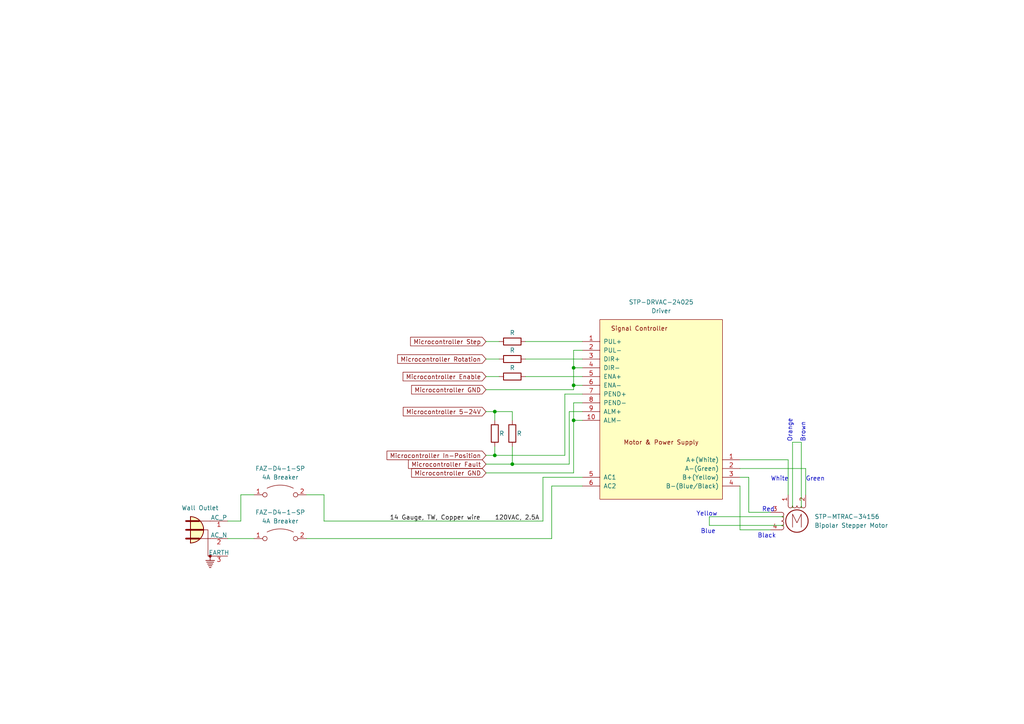
<source format=kicad_sch>
(kicad_sch (version 20211123) (generator eeschema)

  (uuid e63e39d7-6ac0-4ffd-8aa3-1841a4541b55)

  (paper "A4")

  (title_block
    (title "Motor and Driver")
    (date "2022-12-06")
    (rev "8")
  )

  (lib_symbols
    (symbol "Connector:Conn_WallPlug_Earth" (pin_names (offset 0)) (in_bom yes) (on_board yes)
      (property "Reference" "P" (id 0) (at 0 3.81 0)
        (effects (font (size 1.27 1.27)) (justify bottom))
      )
      (property "Value" "Conn_WallPlug_Earth" (id 1) (at -5.08 0 90)
        (effects (font (size 1.27 1.27)) (justify bottom))
      )
      (property "Footprint" "" (id 2) (at 10.16 0 0)
        (effects (font (size 1.27 1.27)) hide)
      )
      (property "Datasheet" "~" (id 3) (at 10.16 0 0)
        (effects (font (size 1.27 1.27)) hide)
      )
      (property "ki_keywords" "wall plug 110VAC 220VAC" (id 4) (at 0 0 0)
        (effects (font (size 1.27 1.27)) hide)
      )
      (property "ki_description" "3-pin general wall plug, with Earth wire (110VAC, 220VAC)" (id 5) (at 0 0 0)
        (effects (font (size 1.27 1.27)) hide)
      )
      (symbol "Conn_WallPlug_Earth_0_1"
        (arc (start -3.175 -3.81) (mid 0.635 0) (end -3.175 3.81)
          (stroke (width 0.254) (type default) (color 0 0 0 0))
          (fill (type background))
        )
        (polyline
          (pts
            (xy -4.445 -2.54)
            (xy -0.635 -2.54)
          )
          (stroke (width 0.508) (type default) (color 0 0 0 0))
          (fill (type none))
        )
        (polyline
          (pts
            (xy -4.445 0)
            (xy 0.508 0)
          )
          (stroke (width 0.508) (type default) (color 0 0 0 0))
          (fill (type none))
        )
        (polyline
          (pts
            (xy -4.445 2.54)
            (xy -0.635 2.54)
          )
          (stroke (width 0.508) (type default) (color 0 0 0 0))
          (fill (type none))
        )
        (polyline
          (pts
            (xy -3.175 -3.81)
            (xy -3.175 3.81)
          )
          (stroke (width 0.254) (type default) (color 0 0 0 0))
          (fill (type none))
        )
        (polyline
          (pts
            (xy -0.635 -2.54)
            (xy 2.54 -2.54)
          )
          (stroke (width 0) (type default) (color 0 0 0 0))
          (fill (type none))
        )
        (polyline
          (pts
            (xy -0.635 2.54)
            (xy 2.54 2.54)
          )
          (stroke (width 0) (type default) (color 0 0 0 0))
          (fill (type none))
        )
        (polyline
          (pts
            (xy 1.524 -9.398)
            (xy 3.556 -9.398)
          )
          (stroke (width 0.2032) (type default) (color 0 0 0 0))
          (fill (type none))
        )
        (polyline
          (pts
            (xy 1.778 -9.906)
            (xy 3.302 -9.906)
          )
          (stroke (width 0.2032) (type default) (color 0 0 0 0))
          (fill (type none))
        )
        (polyline
          (pts
            (xy 2.032 -10.414)
            (xy 3.048 -10.414)
          )
          (stroke (width 0.2032) (type default) (color 0 0 0 0))
          (fill (type none))
        )
        (polyline
          (pts
            (xy 2.286 -10.922)
            (xy 2.794 -10.922)
          )
          (stroke (width 0.2032) (type default) (color 0 0 0 0))
          (fill (type none))
        )
        (polyline
          (pts
            (xy 2.54 -7.62)
            (xy 2.54 -8.89)
          )
          (stroke (width 0.2032) (type default) (color 0 0 0 0))
          (fill (type none))
        )
        (polyline
          (pts
            (xy 3.81 -8.89)
            (xy 1.27 -8.89)
          )
          (stroke (width 0.2032) (type default) (color 0 0 0 0))
          (fill (type none))
        )
        (polyline
          (pts
            (xy 2.54 -7.62)
            (xy 1.905 -7.62)
            (xy 1.905 0)
            (xy -4.445 0)
          )
          (stroke (width 0) (type default) (color 0 0 0 0))
          (fill (type none))
        )
        (circle (center 2.54 -7.62) (radius 0.3556)
          (stroke (width 0) (type default) (color 0 0 0 0))
          (fill (type outline))
        )
      )
      (symbol "Conn_WallPlug_Earth_1_1"
        (pin power_out line (at 7.62 2.54 180) (length 5.08)
          (name "AC_P" (effects (font (size 1.27 1.27))))
          (number "1" (effects (font (size 1.27 1.27))))
        )
        (pin power_out line (at 7.62 -2.54 180) (length 5.08)
          (name "AC_N" (effects (font (size 1.27 1.27))))
          (number "2" (effects (font (size 1.27 1.27))))
        )
        (pin passive line (at 7.62 -7.62 180) (length 5.08)
          (name "EARTH" (effects (font (size 1.27 1.27))))
          (number "3" (effects (font (size 1.27 1.27))))
        )
      )
    )
    (symbol "Device:CircuitBreaker_1P_US" (in_bom yes) (on_board yes)
      (property "Reference" "CB" (id 0) (at 3.175 -1.27 0)
        (effects (font (size 1.27 1.27)) (justify left))
      )
      (property "Value" "CircuitBreaker_1P_US" (id 1) (at 3.175 0.635 0)
        (effects (font (size 1.27 1.27)) (justify left))
      )
      (property "Footprint" "" (id 2) (at 0 0 0)
        (effects (font (size 1.27 1.27)) hide)
      )
      (property "Datasheet" "~" (id 3) (at 0 0 0)
        (effects (font (size 1.27 1.27)) hide)
      )
      (property "ki_keywords" "CB" (id 4) (at 0 0 0)
        (effects (font (size 1.27 1.27)) hide)
      )
      (property "ki_description" "Single pole circuit breaker, US symbol" (id 5) (at 0 0 0)
        (effects (font (size 1.27 1.27)) hide)
      )
      (symbol "CircuitBreaker_1P_US_0_1"
        (circle (center 0 -4.445) (radius 0.635)
          (stroke (width 0) (type default) (color 0 0 0 0))
          (fill (type none))
        )
        (circle (center 0 4.445) (radius 0.635)
          (stroke (width 0) (type default) (color 0 0 0 0))
          (fill (type none))
        )
        (arc (start 1.905 -3.81) (mid 2.8044 0) (end 1.905 3.81)
          (stroke (width 0) (type default) (color 0 0 0 0))
          (fill (type none))
        )
      )
      (symbol "CircuitBreaker_1P_US_1_1"
        (pin passive line (at 0 7.62 270) (length 2.54)
          (name "~" (effects (font (size 1.27 1.27))))
          (number "1" (effects (font (size 1.27 1.27))))
        )
        (pin passive line (at 0 -7.62 90) (length 2.54)
          (name "~" (effects (font (size 1.27 1.27))))
          (number "2" (effects (font (size 1.27 1.27))))
        )
      )
    )
    (symbol "Device:R" (pin_numbers hide) (pin_names (offset 0)) (in_bom yes) (on_board yes)
      (property "Reference" "R" (id 0) (at 2.032 0 90)
        (effects (font (size 1.27 1.27)))
      )
      (property "Value" "R" (id 1) (at 0 0 90)
        (effects (font (size 1.27 1.27)))
      )
      (property "Footprint" "" (id 2) (at -1.778 0 90)
        (effects (font (size 1.27 1.27)) hide)
      )
      (property "Datasheet" "~" (id 3) (at 0 0 0)
        (effects (font (size 1.27 1.27)) hide)
      )
      (property "ki_keywords" "R res resistor" (id 4) (at 0 0 0)
        (effects (font (size 1.27 1.27)) hide)
      )
      (property "ki_description" "Resistor" (id 5) (at 0 0 0)
        (effects (font (size 1.27 1.27)) hide)
      )
      (property "ki_fp_filters" "R_*" (id 6) (at 0 0 0)
        (effects (font (size 1.27 1.27)) hide)
      )
      (symbol "R_0_1"
        (rectangle (start -1.016 -2.54) (end 1.016 2.54)
          (stroke (width 0.254) (type default) (color 0 0 0 0))
          (fill (type none))
        )
      )
      (symbol "R_1_1"
        (pin passive line (at 0 3.81 270) (length 1.27)
          (name "~" (effects (font (size 1.27 1.27))))
          (number "1" (effects (font (size 1.27 1.27))))
        )
        (pin passive line (at 0 -3.81 90) (length 1.27)
          (name "~" (effects (font (size 1.27 1.27))))
          (number "2" (effects (font (size 1.27 1.27))))
        )
      )
    )
    (symbol "Driver_1" (pin_names (offset 1.016)) (in_bom yes) (on_board yes)
      (property "Reference" "HSS86" (id 0) (at 1.27 12.7 0)
        (effects (font (size 1.27 1.27)))
      )
      (property "Value" "Driver" (id 1) (at 1.27 10.16 0)
        (effects (font (size 1.27 1.27)))
      )
      (property "Footprint" "" (id 2) (at 0 10.16 0)
        (effects (font (size 1.27 1.27)) hide)
      )
      (property "Datasheet" "" (id 3) (at -19.05 27.94 0)
        (effects (font (size 1.27 1.27)) hide)
      )
      (property "ki_keywords" "Stepper Motor Controller" (id 4) (at 0 0 0)
        (effects (font (size 1.27 1.27)) hide)
      )
      (property "ki_description" "Stepper Motor Controller, DIP-20/SO-20" (id 5) (at 0 0 0)
        (effects (font (size 1.27 1.27)) hide)
      )
      (property "ki_fp_filters" "DIP* SO*" (id 6) (at 0 0 0)
        (effects (font (size 1.27 1.27)) hide)
      )
      (symbol "Driver_1_0_0"
        (text "Motor & Power Supply" (at 1.27 -27.94 0)
          (effects (font (size 1.27 1.27)))
        )
        (text "Signal Controller" (at -5.08 5.08 0)
          (effects (font (size 1.27 1.27)))
        )
      )
      (symbol "Driver_1_0_1"
        (rectangle (start -16.51 7.62) (end 19.05 -44.45)
          (stroke (width 0) (type default) (color 0 0 0 0))
          (fill (type background))
        )
      )
      (symbol "Driver_1_1_0"
        (pin output line (at 24.13 -33.02 180) (length 5.08)
          (name "A+(White)" (effects (font (size 1.27 1.27))))
          (number "1" (effects (font (size 1.27 1.27))))
        )
        (pin input line (at -21.59 1.27 0) (length 5.08)
          (name "PUL+" (effects (font (size 1.27 1.27))))
          (number "1" (effects (font (size 1.27 1.27))))
        )
        (pin input line (at -21.59 -21.59 0) (length 5.08)
          (name "ALM-" (effects (font (size 1.27 1.27))))
          (number "10" (effects (font (size 1.27 1.27))))
        )
        (pin output line (at 24.13 -35.56 180) (length 5.08)
          (name "A-(Green)" (effects (font (size 1.27 1.27))))
          (number "2" (effects (font (size 1.27 1.27))))
        )
        (pin input line (at -21.59 -1.27 0) (length 5.08)
          (name "PUL-" (effects (font (size 1.27 1.27))))
          (number "2" (effects (font (size 1.27 1.27))))
        )
        (pin output line (at 24.13 -38.1 180) (length 5.08)
          (name "B+(Yellow)" (effects (font (size 1.27 1.27))))
          (number "3" (effects (font (size 1.27 1.27))))
        )
        (pin input line (at -21.59 -3.81 0) (length 5.08)
          (name "DIR+" (effects (font (size 1.27 1.27))))
          (number "3" (effects (font (size 1.27 1.27))))
        )
        (pin output line (at 24.13 -40.64 180) (length 5.08)
          (name "B-(Blue/Black)" (effects (font (size 1.27 1.27))))
          (number "4" (effects (font (size 1.27 1.27))))
        )
        (pin input line (at -21.59 -6.35 0) (length 5.08)
          (name "DIR-" (effects (font (size 1.27 1.27))))
          (number "4" (effects (font (size 1.27 1.27))))
        )
        (pin input line (at -21.59 -38.1 0) (length 5.08)
          (name "AC1" (effects (font (size 1.27 1.27))))
          (number "5" (effects (font (size 1.27 1.27))))
        )
        (pin input line (at -21.59 -8.89 0) (length 5.08)
          (name "ENA+" (effects (font (size 1.27 1.27))))
          (number "5" (effects (font (size 1.27 1.27))))
        )
        (pin input line (at -21.59 -40.64 0) (length 5.08)
          (name "AC2" (effects (font (size 1.27 1.27))))
          (number "6" (effects (font (size 1.27 1.27))))
        )
        (pin input line (at -21.59 -11.43 0) (length 5.08)
          (name "ENA-" (effects (font (size 1.27 1.27))))
          (number "6" (effects (font (size 1.27 1.27))))
        )
        (pin input line (at -21.59 -13.97 0) (length 5.08)
          (name "PEND+" (effects (font (size 1.27 1.27))))
          (number "7" (effects (font (size 1.27 1.27))))
        )
        (pin input line (at -21.59 -16.51 0) (length 5.08)
          (name "PEND-" (effects (font (size 1.27 1.27))))
          (number "8" (effects (font (size 1.27 1.27))))
        )
        (pin input line (at -21.59 -19.05 0) (length 5.08)
          (name "ALM+" (effects (font (size 1.27 1.27))))
          (number "9" (effects (font (size 1.27 1.27))))
        )
      )
    )
    (symbol "Motor:Bipolar Stepper Motor" (pin_names (offset 0) hide) (in_bom yes) (on_board yes)
      (property "Reference" "M" (id 0) (at 3.81 2.54 0)
        (effects (font (size 1.27 1.27)) (justify left))
      )
      (property "Value" "Bipolar Stepper Motor" (id 1) (at 3.81 1.27 0)
        (effects (font (size 1.27 1.27)) (justify left top))
      )
      (property "Footprint" "" (id 2) (at 0.254 -0.254 0)
        (effects (font (size 1.27 1.27)) hide)
      )
      (property "Datasheet" "http://www.infineon.com/dgdl/Application-Note-TLE8110EE_driving_UniPolarStepperMotor_V1.1.pdf?fileId=db3a30431be39b97011be5d0aa0a00b0" (id 3) (at 2.54 -7.62 0)
        (effects (font (size 1.27 1.27)) hide)
      )
      (property "ki_keywords" "bipolar stepper motor" (id 4) (at 0 0 0)
        (effects (font (size 1.27 1.27)) hide)
      )
      (property "ki_description" "4-wire bipolar stepper motor" (id 5) (at 0 0 0)
        (effects (font (size 1.27 1.27)) hide)
      )
      (property "ki_fp_filters" "PinHeader*P2.54mm*Vertical* TerminalBlock* Motor*" (id 6) (at 0 0 0)
        (effects (font (size 1.27 1.27)) hide)
      )
      (symbol "Bipolar Stepper Motor_0_0"
        (polyline
          (pts
            (xy -1.27 -1.778)
            (xy -1.27 2.032)
            (xy 0 -0.508)
            (xy 1.27 2.032)
            (xy 1.27 -1.778)
          )
          (stroke (width 0) (type default) (color 0 0 0 0))
          (fill (type none))
        )
      )
      (symbol "Bipolar Stepper Motor_0_1"
        (arc (start -4.445 -2.54) (mid -3.81 -1.905) (end -4.445 -1.27)
          (stroke (width 0) (type default) (color 0 0 0 0))
          (fill (type none))
        )
        (arc (start -4.445 -1.27) (mid -3.81 -0.635) (end -4.445 0)
          (stroke (width 0) (type default) (color 0 0 0 0))
          (fill (type none))
        )
        (arc (start -4.445 0) (mid -3.81 0.635) (end -4.445 1.27)
          (stroke (width 0) (type default) (color 0 0 0 0))
          (fill (type none))
        )
        (arc (start -4.445 1.27) (mid -3.81 1.905) (end -4.445 2.54)
          (stroke (width 0) (type default) (color 0 0 0 0))
          (fill (type none))
        )
        (arc (start -2.54 4.445) (mid -1.905 3.81) (end -1.27 4.445)
          (stroke (width 0) (type default) (color 0 0 0 0))
          (fill (type none))
        )
        (arc (start -1.27 4.445) (mid -0.635 3.81) (end 0 4.445)
          (stroke (width 0) (type default) (color 0 0 0 0))
          (fill (type none))
        )
        (polyline
          (pts
            (xy -5.08 -2.54)
            (xy -4.445 -2.54)
          )
          (stroke (width 0) (type default) (color 0 0 0 0))
          (fill (type none))
        )
        (polyline
          (pts
            (xy -5.08 2.54)
            (xy -4.445 2.54)
          )
          (stroke (width 0) (type default) (color 0 0 0 0))
          (fill (type none))
        )
        (polyline
          (pts
            (xy -2.54 5.08)
            (xy -2.54 4.445)
          )
          (stroke (width 0) (type default) (color 0 0 0 0))
          (fill (type none))
        )
        (polyline
          (pts
            (xy 2.54 5.08)
            (xy 2.54 4.445)
          )
          (stroke (width 0) (type default) (color 0 0 0 0))
          (fill (type none))
        )
        (circle (center 0 0) (radius 3.2512)
          (stroke (width 0.254) (type default) (color 0 0 0 0))
          (fill (type none))
        )
        (arc (start 0 4.445) (mid 0.635 3.81) (end 1.27 4.445)
          (stroke (width 0) (type default) (color 0 0 0 0))
          (fill (type none))
        )
        (arc (start 1.27 4.445) (mid 1.905 3.81) (end 2.54 4.445)
          (stroke (width 0) (type default) (color 0 0 0 0))
          (fill (type none))
        )
      )
      (symbol "Bipolar Stepper Motor_1_1"
        (pin passive line (at -2.54 7.62 270) (length 2.54)
          (name "Black" (effects (font (size 1.27 1.27))))
          (number "1" (effects (font (size 1.27 1.27))))
        )
        (pin passive line (at 2.54 7.62 270) (length 2.54)
          (name "Green" (effects (font (size 1.27 1.27))))
          (number "2" (effects (font (size 1.27 1.27))))
        )
        (pin passive line (at -7.62 2.54 0) (length 2.54)
          (name "Red" (effects (font (size 1.27 1.27))))
          (number "3" (effects (font (size 1.27 1.27))))
        )
        (pin passive line (at -7.62 -2.54 0) (length 2.54)
          (name "Blue" (effects (font (size 1.27 1.27))))
          (number "4" (effects (font (size 1.27 1.27))))
        )
      )
    )
    (symbol "R_1" (pin_numbers hide) (pin_names (offset 0) hide) (in_bom yes) (on_board yes)
      (property "Reference" "R" (id 0) (at 2.032 0 90)
        (effects (font (size 1.27 1.27)))
      )
      (property "Value" "R_1" (id 1) (at 0 0 90)
        (effects (font (size 1.27 1.27)))
      )
      (property "Footprint" "" (id 2) (at -1.778 0 90)
        (effects (font (size 1.27 1.27)) hide)
      )
      (property "Datasheet" "~" (id 3) (at 0 0 0)
        (effects (font (size 1.27 1.27)) hide)
      )
      (property "ki_keywords" "R res resistor" (id 4) (at 0 0 0)
        (effects (font (size 1.27 1.27)) hide)
      )
      (property "ki_description" "Resistor" (id 5) (at 0 0 0)
        (effects (font (size 1.27 1.27)) hide)
      )
      (property "ki_fp_filters" "R_*" (id 6) (at 0 0 0)
        (effects (font (size 1.27 1.27)) hide)
      )
      (symbol "R_1_0_1"
        (rectangle (start -1.016 -2.54) (end 1.016 2.54)
          (stroke (width 0.254) (type default) (color 0 0 0 0))
          (fill (type none))
        )
      )
      (symbol "R_1_1_1"
        (pin passive line (at 0 3.81 270) (length 1.27)
          (name "~" (effects (font (size 1.27 1.27))))
          (number "1" (effects (font (size 1.27 1.27))))
        )
        (pin passive line (at 0 -3.81 90) (length 1.27)
          (name "~" (effects (font (size 1.27 1.27))))
          (number "2" (effects (font (size 1.27 1.27))))
        )
      )
    )
  )

  (junction (at 143.51 132.08) (diameter 0) (color 0 0 0 0)
    (uuid 5ad2730e-aee2-45ad-a3d9-faa185077487)
  )
  (junction (at 166.37 111.76) (diameter 0) (color 0 0 0 0)
    (uuid 78af5541-7b53-4910-b4cb-1d78c1bb10f5)
  )
  (junction (at 166.37 106.68) (diameter 0) (color 0 0 0 0)
    (uuid 8d0181ee-50e4-4fce-b9c0-bf6314f0b5b8)
  )
  (junction (at 166.37 121.92) (diameter 0) (color 0 0 0 0)
    (uuid 990a87e0-4ac4-47d3-a430-c1e7428e127f)
  )
  (junction (at 143.51 119.38) (diameter 0) (color 0 0 0 0)
    (uuid e609cd5d-8d82-49ff-b3f9-dd3f35eeba5b)
  )
  (junction (at 148.59 134.62) (diameter 0) (color 0 0 0 0)
    (uuid ed6adbfc-3b33-4fa8-842d-9cacf39df38a)
  )

  (wire (pts (xy 214.63 153.67) (xy 223.52 153.67))
    (stroke (width 0) (type default) (color 0 0 0 0))
    (uuid 045388da-0249-4803-a410-893b8a4ab989)
  )
  (wire (pts (xy 165.1 119.38) (xy 168.91 119.38))
    (stroke (width 0) (type default) (color 0 0 0 0))
    (uuid 0647a653-e00e-4753-a613-18a5330d9f5a)
  )
  (wire (pts (xy 66.04 156.21) (xy 73.66 156.21))
    (stroke (width 0) (type default) (color 0 0 0 0))
    (uuid 0b4681e0-b34f-4ab6-a50f-d16daff1600d)
  )
  (wire (pts (xy 140.97 132.08) (xy 143.51 132.08))
    (stroke (width 0) (type default) (color 0 0 0 0))
    (uuid 0dd2c3c1-40e8-460f-ad84-03a8ae750c60)
  )
  (wire (pts (xy 148.59 134.62) (xy 165.1 134.62))
    (stroke (width 0) (type default) (color 0 0 0 0))
    (uuid 0e9da4aa-5947-48e3-82dc-6e169d794a0c)
  )
  (wire (pts (xy 152.4 109.22) (xy 168.91 109.22))
    (stroke (width 0) (type default) (color 0 0 0 0))
    (uuid 16d80234-1ff7-4d23-b989-facea2d20675)
  )
  (wire (pts (xy 166.37 101.6) (xy 166.37 106.68))
    (stroke (width 0) (type default) (color 0 0 0 0))
    (uuid 2040f91e-c504-433d-8abb-9affd355a98b)
  )
  (wire (pts (xy 143.51 119.38) (xy 143.51 121.92))
    (stroke (width 0) (type default) (color 0 0 0 0))
    (uuid 231de1ab-4d7e-4f64-a603-3fe6491ed5a0)
  )
  (wire (pts (xy 93.98 143.51) (xy 93.98 151.13))
    (stroke (width 0) (type default) (color 0 0 0 0))
    (uuid 26ca9468-f7a1-46f2-b6a0-2eaafb2a679f)
  )
  (wire (pts (xy 163.83 132.08) (xy 163.83 114.3))
    (stroke (width 0) (type default) (color 0 0 0 0))
    (uuid 2b710083-86dc-45c1-b8ec-cbd8e30ac430)
  )
  (wire (pts (xy 166.37 121.92) (xy 166.37 137.16))
    (stroke (width 0) (type default) (color 0 0 0 0))
    (uuid 2cf40312-1c7c-4aba-8e8f-61ec83b4f47e)
  )
  (wire (pts (xy 140.97 137.16) (xy 166.37 137.16))
    (stroke (width 0) (type default) (color 0 0 0 0))
    (uuid 2e3c1681-af90-4552-b471-7bcbfd2ab994)
  )
  (wire (pts (xy 143.51 129.54) (xy 143.51 132.08))
    (stroke (width 0) (type default) (color 0 0 0 0))
    (uuid 378fc95c-3107-4139-a5ea-5218afa4a582)
  )
  (wire (pts (xy 166.37 113.03) (xy 166.37 111.76))
    (stroke (width 0) (type default) (color 0 0 0 0))
    (uuid 3a039831-58ae-4d6a-8cc9-8541d56df050)
  )
  (wire (pts (xy 66.04 151.13) (xy 69.85 151.13))
    (stroke (width 0) (type default) (color 0 0 0 0))
    (uuid 436352fb-eccc-48e5-8f47-c337139d4bfa)
  )
  (wire (pts (xy 140.97 119.38) (xy 143.51 119.38))
    (stroke (width 0) (type default) (color 0 0 0 0))
    (uuid 44533554-aeba-424e-9ac5-86dfc117b129)
  )
  (wire (pts (xy 160.02 156.21) (xy 160.02 140.97))
    (stroke (width 0) (type default) (color 0 0 0 0))
    (uuid 4629e325-a0a2-4fa0-9b82-0617c92179cc)
  )
  (wire (pts (xy 148.59 129.54) (xy 148.59 134.62))
    (stroke (width 0) (type default) (color 0 0 0 0))
    (uuid 46f6255f-63b0-4f02-bb92-e29a0ca400fb)
  )
  (wire (pts (xy 227.33 149.86) (xy 205.74 149.86))
    (stroke (width 0) (type default) (color 0 0 0 0))
    (uuid 4aba9e6e-a2e4-40d2-840f-417c44418b89)
  )
  (wire (pts (xy 232.41 128.27) (xy 232.41 147.32))
    (stroke (width 0) (type default) (color 0 0 0 0))
    (uuid 4e0f9a91-8cee-4444-801f-da95e0519a03)
  )
  (wire (pts (xy 229.87 128.27) (xy 229.87 147.32))
    (stroke (width 0) (type default) (color 0 0 0 0))
    (uuid 4e11b984-7d17-43e7-8440-460efd25037f)
  )
  (wire (pts (xy 163.83 114.3) (xy 168.91 114.3))
    (stroke (width 0) (type default) (color 0 0 0 0))
    (uuid 500bd0a1-1810-4b20-b4ec-cc95402b1020)
  )
  (wire (pts (xy 166.37 106.68) (xy 166.37 111.76))
    (stroke (width 0) (type default) (color 0 0 0 0))
    (uuid 51b268f7-b3b8-4c21-af54-3d99ba08c31f)
  )
  (wire (pts (xy 88.9 156.21) (xy 160.02 156.21))
    (stroke (width 0) (type default) (color 0 0 0 0))
    (uuid 574adfa8-7703-4f9e-b120-d87d50dbf475)
  )
  (wire (pts (xy 152.4 104.14) (xy 168.91 104.14))
    (stroke (width 0) (type default) (color 0 0 0 0))
    (uuid 584a0002-5fad-4aa7-bdef-ec4f22d6b8a3)
  )
  (wire (pts (xy 217.17 138.43) (xy 217.17 148.59))
    (stroke (width 0) (type default) (color 0 0 0 0))
    (uuid 59516c15-2fef-4227-ae46-6c1f5e735180)
  )
  (wire (pts (xy 214.63 135.89) (xy 233.68 135.89))
    (stroke (width 0) (type default) (color 0 0 0 0))
    (uuid 5b16b47f-ce44-46ac-b6ba-dded124389bd)
  )
  (wire (pts (xy 165.1 134.62) (xy 165.1 119.38))
    (stroke (width 0) (type default) (color 0 0 0 0))
    (uuid 5c73d1f7-633e-47db-b43d-20081438bbaa)
  )
  (wire (pts (xy 140.97 109.22) (xy 144.78 109.22))
    (stroke (width 0) (type default) (color 0 0 0 0))
    (uuid 723a42db-fce9-4357-bfe3-0ac097748639)
  )
  (wire (pts (xy 228.6 133.35) (xy 228.6 143.51))
    (stroke (width 0) (type default) (color 0 0 0 0))
    (uuid 76198ea3-fe1b-4ac0-9128-5d02114afa2b)
  )
  (wire (pts (xy 214.63 138.43) (xy 217.17 138.43))
    (stroke (width 0) (type default) (color 0 0 0 0))
    (uuid 802b81f3-ab81-4bc8-8c5b-a930a0ccb972)
  )
  (wire (pts (xy 168.91 116.84) (xy 166.37 116.84))
    (stroke (width 0) (type default) (color 0 0 0 0))
    (uuid 87bfc7c3-ce5a-409f-92b7-e8c724c5788a)
  )
  (wire (pts (xy 140.97 113.03) (xy 166.37 113.03))
    (stroke (width 0) (type default) (color 0 0 0 0))
    (uuid 8942eeb2-a9d2-4b4f-be23-c44a7119ef5d)
  )
  (wire (pts (xy 157.48 138.43) (xy 168.91 138.43))
    (stroke (width 0) (type default) (color 0 0 0 0))
    (uuid 89999550-331b-456c-b849-35cde1161a86)
  )
  (wire (pts (xy 140.97 99.06) (xy 144.78 99.06))
    (stroke (width 0) (type default) (color 0 0 0 0))
    (uuid 89ab8bc3-3bfd-4d48-a6ad-45abfd7860c4)
  )
  (wire (pts (xy 140.97 104.14) (xy 144.78 104.14))
    (stroke (width 0) (type default) (color 0 0 0 0))
    (uuid 8d964243-6333-4086-8439-b59606248a9c)
  )
  (wire (pts (xy 205.74 152.4) (xy 227.33 152.4))
    (stroke (width 0) (type default) (color 0 0 0 0))
    (uuid 901edfc5-adb0-47bf-bdcd-51e1fdf5c3d7)
  )
  (wire (pts (xy 166.37 116.84) (xy 166.37 121.92))
    (stroke (width 0) (type default) (color 0 0 0 0))
    (uuid 9140ae02-3252-4757-b8d7-bac9fc330031)
  )
  (wire (pts (xy 152.4 99.06) (xy 168.91 99.06))
    (stroke (width 0) (type default) (color 0 0 0 0))
    (uuid 91da05b5-3e4e-4767-85cb-a99362717c7c)
  )
  (wire (pts (xy 69.85 143.51) (xy 73.66 143.51))
    (stroke (width 0) (type default) (color 0 0 0 0))
    (uuid 9f89a456-b3d6-4ded-b5c5-3dfed79ff6f3)
  )
  (wire (pts (xy 157.48 151.13) (xy 157.48 138.43))
    (stroke (width 0) (type default) (color 0 0 0 0))
    (uuid b0e1ba30-3d47-4cfc-b463-17bf7eb4384b)
  )
  (wire (pts (xy 148.59 119.38) (xy 143.51 119.38))
    (stroke (width 0) (type default) (color 0 0 0 0))
    (uuid b82481fc-e8ef-40ff-92a9-a4d9681254de)
  )
  (wire (pts (xy 168.91 106.68) (xy 166.37 106.68))
    (stroke (width 0) (type default) (color 0 0 0 0))
    (uuid c225d463-a4d5-43b3-a67a-dc87da6727e5)
  )
  (wire (pts (xy 93.98 151.13) (xy 157.48 151.13))
    (stroke (width 0) (type default) (color 0 0 0 0))
    (uuid c7212197-5f9d-451c-843c-902136b3656b)
  )
  (wire (pts (xy 205.74 149.86) (xy 205.74 152.4))
    (stroke (width 0) (type default) (color 0 0 0 0))
    (uuid d66a886a-59bf-42f4-8da8-a0330a61af6c)
  )
  (wire (pts (xy 214.63 140.97) (xy 214.63 153.67))
    (stroke (width 0) (type default) (color 0 0 0 0))
    (uuid dcfb379d-ee65-4698-a1c1-11d39e3dc630)
  )
  (wire (pts (xy 232.41 128.27) (xy 229.87 128.27))
    (stroke (width 0) (type default) (color 0 0 0 0))
    (uuid ddf12fb7-8704-461f-80e5-2b453e103dfb)
  )
  (wire (pts (xy 69.85 151.13) (xy 69.85 143.51))
    (stroke (width 0) (type default) (color 0 0 0 0))
    (uuid de949ecb-19f7-4c0a-920c-ab2db29c3493)
  )
  (wire (pts (xy 217.17 148.59) (xy 223.52 148.59))
    (stroke (width 0) (type default) (color 0 0 0 0))
    (uuid e6b79457-c1c1-4b42-99fe-8163b4786d06)
  )
  (wire (pts (xy 214.63 133.35) (xy 228.6 133.35))
    (stroke (width 0) (type default) (color 0 0 0 0))
    (uuid eb4f6249-bf1a-4b63-bceb-8d3a6a697ceb)
  )
  (wire (pts (xy 168.91 101.6) (xy 166.37 101.6))
    (stroke (width 0) (type default) (color 0 0 0 0))
    (uuid ed7ae3ff-34b2-4464-8afd-f4db63f2445e)
  )
  (wire (pts (xy 140.97 134.62) (xy 148.59 134.62))
    (stroke (width 0) (type default) (color 0 0 0 0))
    (uuid ee5a87c0-5fba-4d48-b69a-84ea1cd84ff3)
  )
  (wire (pts (xy 88.9 143.51) (xy 93.98 143.51))
    (stroke (width 0) (type default) (color 0 0 0 0))
    (uuid f08a8405-47d7-4b4d-b6e2-21005cd33ed8)
  )
  (wire (pts (xy 168.91 121.92) (xy 166.37 121.92))
    (stroke (width 0) (type default) (color 0 0 0 0))
    (uuid f4381462-cb49-4276-926f-37e8b1eaaf59)
  )
  (wire (pts (xy 233.68 135.89) (xy 233.68 143.51))
    (stroke (width 0) (type default) (color 0 0 0 0))
    (uuid f5b223f6-79a5-4371-ad48-4d50d460ba94)
  )
  (wire (pts (xy 166.37 111.76) (xy 168.91 111.76))
    (stroke (width 0) (type default) (color 0 0 0 0))
    (uuid fa0d9726-84f5-46b5-84b1-67cbb37036b5)
  )
  (wire (pts (xy 168.91 140.97) (xy 160.02 140.97))
    (stroke (width 0) (type default) (color 0 0 0 0))
    (uuid faae6d4f-50a1-4567-968e-c1d306a9b105)
  )
  (wire (pts (xy 148.59 121.92) (xy 148.59 119.38))
    (stroke (width 0) (type default) (color 0 0 0 0))
    (uuid fb8fb666-a338-4c55-8a4a-ccdac5a252b5)
  )
  (wire (pts (xy 143.51 132.08) (xy 163.83 132.08))
    (stroke (width 0) (type default) (color 0 0 0 0))
    (uuid fd0134d0-cf64-4aef-9b79-14ba169d3efd)
  )

  (text "Yellow" (at 201.93 149.86 0)
    (effects (font (size 1.27 1.27)) (justify left bottom))
    (uuid 13e7a02c-7f41-4374-8a7b-9f43bf89e106)
  )
  (text "Orange" (at 229.87 128.27 90)
    (effects (font (size 1.27 1.27)) (justify left bottom))
    (uuid 4b2328e7-2071-483e-997e-9e5c28121c25)
  )
  (text "Red" (at 220.98 148.59 0)
    (effects (font (size 1.27 1.27)) (justify left bottom))
    (uuid 73899d2b-51d9-4302-b56f-b93dde778fd7)
  )
  (text "Blue" (at 203.2 154.94 0)
    (effects (font (size 1.27 1.27)) (justify left bottom))
    (uuid 89cb5763-1f79-4750-86de-cd6fd066b211)
  )
  (text "Brown" (at 233.68 128.27 90)
    (effects (font (size 1.27 1.27)) (justify left bottom))
    (uuid 9e816909-ed0a-4953-8dfc-227361ae8897)
  )
  (text "White" (at 223.52 139.7 0)
    (effects (font (size 1.27 1.27)) (justify left bottom))
    (uuid a6b11017-6a23-4d03-90f1-8853b3262f0d)
  )
  (text "Green" (at 233.68 139.7 0)
    (effects (font (size 1.27 1.27)) (justify left bottom))
    (uuid cdfaa649-58bf-4299-9479-df224fa254b4)
  )
  (text "Black" (at 219.71 156.21 0)
    (effects (font (size 1.27 1.27)) (justify left bottom))
    (uuid e1b7ea3e-6417-41e9-9777-2eec91c45234)
  )

  (label "14 Gauge, TW, Copper wire" (at 113.03 151.13 0)
    (effects (font (size 1.27 1.27)) (justify left bottom))
    (uuid 4f7cd7b8-9054-450c-99da-f3d49afa338c)
  )
  (label "120VAC, 2.5A" (at 143.51 151.13 0)
    (effects (font (size 1.27 1.27)) (justify left bottom))
    (uuid e7c183cf-45ed-402a-b0a3-8d97d7602967)
  )

  (global_label "Microcontroller GND" (shape input) (at 140.97 137.16 180) (fields_autoplaced)
    (effects (font (size 1.27 1.27)) (justify right))
    (uuid 1f612e70-0c34-4c1b-9a81-56417c9c8822)
    (property "Intersheet References" "${INTERSHEET_REFS}" (id 0) (at 119.3859 137.0806 0)
      (effects (font (size 1.27 1.27)) (justify right) hide)
    )
  )
  (global_label "Microcontroller In-Position" (shape input) (at 140.97 132.08 180) (fields_autoplaced)
    (effects (font (size 1.27 1.27)) (justify right))
    (uuid 36fe93c2-af62-4a4b-9468-8717b77d7462)
    (property "Intersheet References" "${INTERSHEET_REFS}" (id 0) (at 112.2498 132.0006 0)
      (effects (font (size 1.27 1.27)) (justify right) hide)
    )
  )
  (global_label "Microcontroller Enable" (shape input) (at 140.97 109.22 180) (fields_autoplaced)
    (effects (font (size 1.27 1.27)) (justify right))
    (uuid 3b6c68ad-83f1-4a2b-98c7-df1fa569cc7b)
    (property "Intersheet References" "${INTERSHEET_REFS}" (id 0) (at 116.9064 109.1406 0)
      (effects (font (size 1.27 1.27)) (justify right) hide)
    )
  )
  (global_label "Microcontroller Fault" (shape input) (at 140.97 134.62 180) (fields_autoplaced)
    (effects (font (size 1.27 1.27)) (justify right))
    (uuid 4cea73b9-aa6a-4e61-a258-be68f53395e5)
    (property "Intersheet References" "${INTERSHEET_REFS}" (id 0) (at 118.4788 134.5406 0)
      (effects (font (size 1.27 1.27)) (justify right) hide)
    )
  )
  (global_label "Microcontroller GND" (shape input) (at 140.97 113.03 180) (fields_autoplaced)
    (effects (font (size 1.27 1.27)) (justify right))
    (uuid 7ab7b1db-1ff2-493f-8f9c-36792ad21c73)
    (property "Intersheet References" "${INTERSHEET_REFS}" (id 0) (at 119.3859 112.9506 0)
      (effects (font (size 1.27 1.27)) (justify right) hide)
    )
  )
  (global_label "Microcontroller Rotation" (shape input) (at 140.97 104.14 180) (fields_autoplaced)
    (effects (font (size 1.27 1.27)) (justify right))
    (uuid 9a6294f5-83f2-423d-91c2-6cfd1df081e7)
    (property "Intersheet References" "${INTERSHEET_REFS}" (id 0) (at 115.334 104.0606 0)
      (effects (font (size 1.27 1.27)) (justify right) hide)
    )
  )
  (global_label "Microcontroller Step" (shape input) (at 140.97 99.06 180) (fields_autoplaced)
    (effects (font (size 1.27 1.27)) (justify right))
    (uuid ecdb34a2-4cdc-4a30-a88c-cbf5ac83399c)
    (property "Intersheet References" "${INTERSHEET_REFS}" (id 0) (at 119.0836 98.9806 0)
      (effects (font (size 1.27 1.27)) (justify right) hide)
    )
  )
  (global_label "Microcontroller 5-24V" (shape input) (at 140.97 119.38 180) (fields_autoplaced)
    (effects (font (size 1.27 1.27)) (justify right))
    (uuid fd355cf0-3197-4532-afba-ec8717897bfb)
    (property "Intersheet References" "${INTERSHEET_REFS}" (id 0) (at 116.9669 119.3006 0)
      (effects (font (size 1.27 1.27)) (justify right) hide)
    )
  )

  (symbol (lib_id "Device:R") (at 143.51 125.73 0) (unit 1)
    (in_bom yes) (on_board yes)
    (uuid 061c8867-49ca-4fd1-bdd5-f66f82bab734)
    (property "Reference" "R?" (id 0) (at 146.05 124.4599 0)
      (effects (font (size 1.27 1.27)) (justify left) hide)
    )
    (property "Value" "R" (id 1) (at 144.78 125.73 0)
      (effects (font (size 1.27 1.27)) (justify left))
    )
    (property "Footprint" "" (id 2) (at 141.732 125.73 90)
      (effects (font (size 1.27 1.27)) hide)
    )
    (property "Datasheet" "~" (id 3) (at 143.51 125.73 0)
      (effects (font (size 1.27 1.27)) hide)
    )
    (pin "1" (uuid cab4b7e2-5290-4c89-ae5b-41db374753d9))
    (pin "2" (uuid b9c0cc5b-69ee-4b24-811a-1343713b31e7))
  )

  (symbol (lib_id "Device:R") (at 148.59 104.14 90) (unit 1)
    (in_bom yes) (on_board yes)
    (uuid 15b2362f-b526-4ab4-bc82-d144090278e5)
    (property "Reference" "R?" (id 0) (at 148.59 97.79 90)
      (effects (font (size 1.27 1.27)) hide)
    )
    (property "Value" "R" (id 1) (at 148.59 101.6 90))
    (property "Footprint" "" (id 2) (at 148.59 105.918 90)
      (effects (font (size 1.27 1.27)) hide)
    )
    (property "Datasheet" "~" (id 3) (at 148.59 104.14 0)
      (effects (font (size 1.27 1.27)) hide)
    )
    (pin "1" (uuid 2736bdc8-ea55-460f-b92a-a49c075e4c99))
    (pin "2" (uuid c3764082-81d7-4e2a-a824-d965fb7fcc04))
  )

  (symbol (lib_id "Motor:Bipolar Stepper Motor") (at 231.14 151.13 0) (unit 1)
    (in_bom yes) (on_board yes)
    (uuid 25ac1e61-34ec-4246-b7f9-bfecc2bb509d)
    (property "Reference" "STP-MTRAC-34156" (id 0) (at 236.22 149.86 0)
      (effects (font (size 1.27 1.27)) (justify left))
    )
    (property "Value" "Bipolar Stepper Motor" (id 1) (at 236.22 152.4 0)
      (effects (font (size 1.27 1.27)) (justify left))
    )
    (property "Footprint" "" (id 2) (at 231.394 151.384 0)
      (effects (font (size 1.27 1.27)) hide)
    )
    (property "Datasheet" "http://www.infineon.com/dgdl/Application-Note-TLE8110EE_driving_UniPolarStepperMotor_V1.1.pdf?fileId=db3a30431be39b97011be5d0aa0a00b0" (id 3) (at 233.68 158.75 0)
      (effects (font (size 1.27 1.27)) hide)
    )
    (pin "1" (uuid 61d594fb-d57b-40be-b6af-cf463afb647e))
    (pin "2" (uuid 0b2926bb-37e8-40c0-844f-f843985f5dd8))
    (pin "3" (uuid d318424a-61e9-456c-bfd6-b174f3287b97))
    (pin "4" (uuid a70f7e5a-46a8-4859-b990-14c7b9385c91))
  )

  (symbol (lib_id "Device:CircuitBreaker_1P_US") (at 81.28 143.51 90) (unit 1)
    (in_bom yes) (on_board yes) (fields_autoplaced)
    (uuid 36569673-0212-4042-a185-27ac3ed782f0)
    (property "Reference" "FAZ-D4-1-SP" (id 0) (at 81.28 135.89 90))
    (property "Value" "" (id 1) (at 81.28 138.43 90))
    (property "Footprint" "" (id 2) (at 81.28 143.51 0)
      (effects (font (size 1.27 1.27)) hide)
    )
    (property "Datasheet" "~" (id 3) (at 81.28 143.51 0)
      (effects (font (size 1.27 1.27)) hide)
    )
    (pin "1" (uuid 5b2b78a7-4bf7-4fc2-9bea-844905384ad8))
    (pin "2" (uuid bef86341-c773-4869-a9c5-1f6a5a7c41ea))
  )

  (symbol (lib_name "R_1") (lib_id "Device:R") (at 148.59 99.06 90) (unit 1)
    (in_bom yes) (on_board yes)
    (uuid 374baa0f-1e79-4268-83d7-c8613af187ee)
    (property "Reference" "R" (id 0) (at 148.59 92.71 90)
      (effects (font (size 1.27 1.27)) hide)
    )
    (property "Value" "R" (id 1) (at 148.59 96.52 90))
    (property "Footprint" "" (id 2) (at 148.59 100.838 90)
      (effects (font (size 1.27 1.27)) hide)
    )
    (property "Datasheet" "~" (id 3) (at 148.59 99.06 0)
      (effects (font (size 1.27 1.27)) hide)
    )
    (pin "1" (uuid 2dfacfee-ab10-4b97-8084-f2a196ce1870))
    (pin "2" (uuid d1a48223-86af-426d-9fd6-b579e3bfb6b0))
  )

  (symbol (lib_name "Driver_1") (lib_id "Driver_Motor:Driver") (at 190.5 100.33 0) (unit 1)
    (in_bom yes) (on_board yes) (fields_autoplaced)
    (uuid 61ddb4af-4785-44ab-8b62-defdf0a868e0)
    (property "Reference" "STP-DRVAC-24025" (id 0) (at 191.77 87.63 0))
    (property "Value" "Driver" (id 1) (at 191.77 90.17 0))
    (property "Footprint" "" (id 2) (at 190.5 90.17 0)
      (effects (font (size 1.27 1.27)) hide)
    )
    (property "Datasheet" "" (id 3) (at 171.45 72.39 0)
      (effects (font (size 1.27 1.27)) hide)
    )
    (pin "1" (uuid 1365d064-104d-42cd-9d07-5210602e8f56))
    (pin "1" (uuid 1365d064-104d-42cd-9d07-5210602e8f56))
    (pin "10" (uuid aca742d5-d20c-41e7-9ac8-8b36b22cfba4))
    (pin "2" (uuid 06f56621-ea7a-4e65-808b-297ae945ab9e))
    (pin "2" (uuid 06f56621-ea7a-4e65-808b-297ae945ab9e))
    (pin "3" (uuid 515e96d9-036a-4edf-b8ce-824b9d69a9b1))
    (pin "3" (uuid 515e96d9-036a-4edf-b8ce-824b9d69a9b1))
    (pin "4" (uuid 30eff49d-9f91-45af-8362-83f923cf9cc8))
    (pin "4" (uuid 30eff49d-9f91-45af-8362-83f923cf9cc8))
    (pin "5" (uuid 8a4a5bea-2a0a-41e0-bbd6-f010fe9efc52))
    (pin "5" (uuid 8a4a5bea-2a0a-41e0-bbd6-f010fe9efc52))
    (pin "6" (uuid c52b833c-0b6f-45c7-af1a-4da27e658ee7))
    (pin "6" (uuid c52b833c-0b6f-45c7-af1a-4da27e658ee7))
    (pin "7" (uuid 9a093cef-3312-49e1-93e4-3d55e54138ac))
    (pin "8" (uuid 0fe28ad3-a39c-4692-918f-314c342e5b39))
    (pin "9" (uuid e2612167-2545-4dbe-8704-df83ab2912ad))
  )

  (symbol (lib_id "Connector:Conn_WallPlug_Earth") (at 58.42 153.67 0) (unit 1)
    (in_bom yes) (on_board yes) (fields_autoplaced)
    (uuid 6f2593ca-6afb-4325-a855-073423299c3b)
    (property "Reference" "P?" (id 0) (at 58.0263 144.78 0)
      (effects (font (size 1.27 1.27)) hide)
    )
    (property "Value" "Wall Outlet" (id 1) (at 58.0263 147.32 0))
    (property "Footprint" "" (id 2) (at 68.58 153.67 0)
      (effects (font (size 1.27 1.27)) hide)
    )
    (property "Datasheet" "~" (id 3) (at 68.58 153.67 0)
      (effects (font (size 1.27 1.27)) hide)
    )
    (pin "1" (uuid 698fd258-d486-4707-8021-365e606e32e3))
    (pin "2" (uuid 1a0b0354-7e8a-4de9-938d-3a3db9fe7fba))
    (pin "3" (uuid 61f69bb7-84fc-428f-9a71-247a9810fd55))
  )

  (symbol (lib_id "Device:R") (at 148.59 109.22 90) (unit 1)
    (in_bom yes) (on_board yes)
    (uuid 7047814c-7427-4d15-a3cf-4b6fbf9d3b75)
    (property "Reference" "R?" (id 0) (at 148.59 102.87 90)
      (effects (font (size 1.27 1.27)) hide)
    )
    (property "Value" "R" (id 1) (at 148.59 106.68 90))
    (property "Footprint" "" (id 2) (at 148.59 110.998 90)
      (effects (font (size 1.27 1.27)) hide)
    )
    (property "Datasheet" "~" (id 3) (at 148.59 109.22 0)
      (effects (font (size 1.27 1.27)) hide)
    )
    (pin "1" (uuid a079edf7-5701-4727-9fd6-1aab9ad8a582))
    (pin "2" (uuid 2a8525b2-76d6-4b39-9ddf-e913d26e759f))
  )

  (symbol (lib_id "Device:CircuitBreaker_1P_US") (at 81.28 156.21 90) (unit 1)
    (in_bom yes) (on_board yes) (fields_autoplaced)
    (uuid aacceb1d-2a74-49f5-a2b1-b7faf993d34b)
    (property "Reference" "FAZ-D4-1-SP" (id 0) (at 81.28 148.59 90))
    (property "Value" "4A Breaker" (id 1) (at 81.28 151.13 90))
    (property "Footprint" "" (id 2) (at 81.28 156.21 0)
      (effects (font (size 1.27 1.27)) hide)
    )
    (property "Datasheet" "~" (id 3) (at 81.28 156.21 0)
      (effects (font (size 1.27 1.27)) hide)
    )
    (pin "1" (uuid f1150284-3e63-4539-b926-c06cd5aae962))
    (pin "2" (uuid 2765163c-321a-493c-b643-44b8fb88affc))
  )

  (symbol (lib_id "Device:R") (at 148.59 125.73 180) (unit 1)
    (in_bom yes) (on_board yes)
    (uuid d55d32d6-8b28-417a-9674-bb15d52ad4ff)
    (property "Reference" "R?" (id 0) (at 151.13 124.4599 0)
      (effects (font (size 1.27 1.27)) (justify right) hide)
    )
    (property "Value" "R" (id 1) (at 149.86 125.73 0)
      (effects (font (size 1.27 1.27)) (justify right))
    )
    (property "Footprint" "" (id 2) (at 150.368 125.73 90)
      (effects (font (size 1.27 1.27)) hide)
    )
    (property "Datasheet" "~" (id 3) (at 148.59 125.73 0)
      (effects (font (size 1.27 1.27)) hide)
    )
    (pin "1" (uuid 17c81e34-0201-4061-8f32-acebd397ab86))
    (pin "2" (uuid 64cefae9-eb91-4b22-9497-33d41f9582a6))
  )

  (sheet_instances
    (path "/" (page "1"))
  )

  (symbol_instances
    (path "/36569673-0212-4042-a185-27ac3ed782f0"
      (reference "FAZ-D4-1-SP") (unit 1) (value "4A Breaker") (footprint "")
    )
    (path "/aacceb1d-2a74-49f5-a2b1-b7faf993d34b"
      (reference "FAZ-D4-1-SP") (unit 1) (value "4A Breaker") (footprint "")
    )
    (path "/6f2593ca-6afb-4325-a855-073423299c3b"
      (reference "P?") (unit 1) (value "Wall Outlet") (footprint "")
    )
    (path "/374baa0f-1e79-4268-83d7-c8613af187ee"
      (reference "R") (unit 1) (value "R") (footprint "")
    )
    (path "/061c8867-49ca-4fd1-bdd5-f66f82bab734"
      (reference "R?") (unit 1) (value "R") (footprint "")
    )
    (path "/15b2362f-b526-4ab4-bc82-d144090278e5"
      (reference "R?") (unit 1) (value "R") (footprint "")
    )
    (path "/7047814c-7427-4d15-a3cf-4b6fbf9d3b75"
      (reference "R?") (unit 1) (value "R") (footprint "")
    )
    (path "/d55d32d6-8b28-417a-9674-bb15d52ad4ff"
      (reference "R?") (unit 1) (value "R") (footprint "")
    )
    (path "/61ddb4af-4785-44ab-8b62-defdf0a868e0"
      (reference "STP-DRVAC-24025") (unit 1) (value "Driver") (footprint "")
    )
    (path "/25ac1e61-34ec-4246-b7f9-bfecc2bb509d"
      (reference "STP-MTRAC-34156") (unit 1) (value "Bipolar Stepper Motor") (footprint "")
    )
  )
)

</source>
